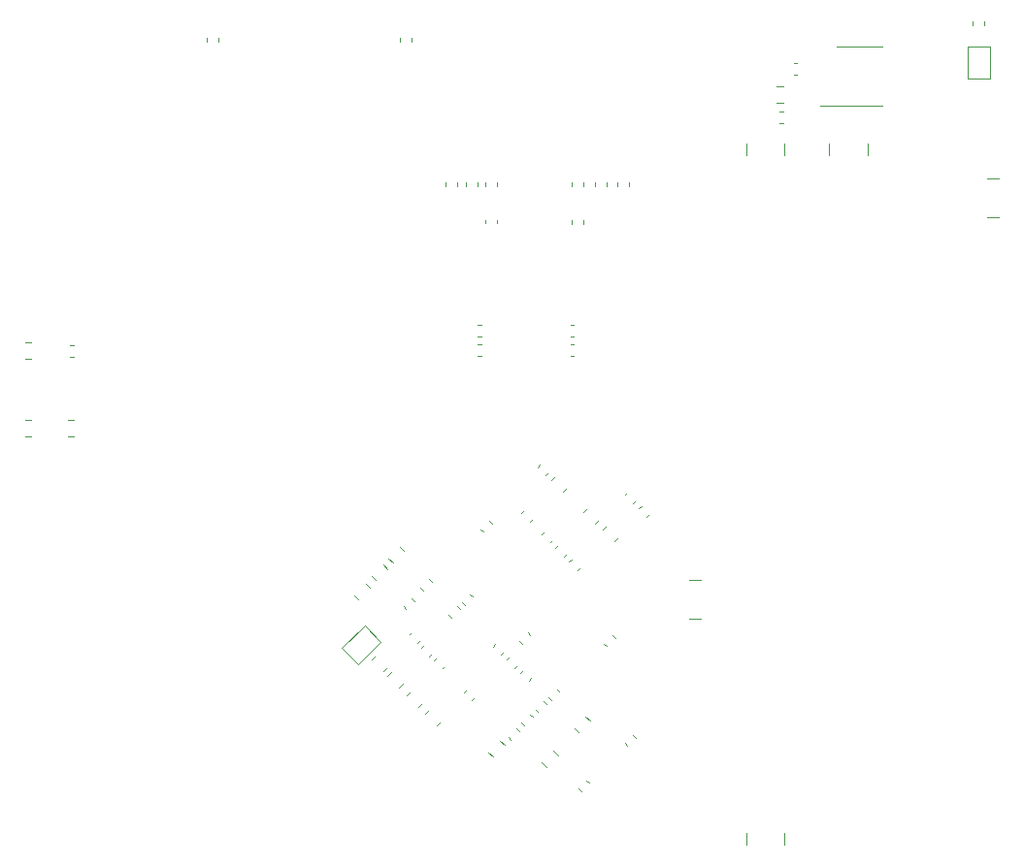
<source format=gbo>
G04 #@! TF.GenerationSoftware,KiCad,Pcbnew,5.1.5*
G04 #@! TF.CreationDate,2020-04-18T05:12:52+00:00*
G04 #@! TF.ProjectId,NUC980,4e554339-3830-42e6-9b69-6361645f7063,rev?*
G04 #@! TF.SameCoordinates,Original*
G04 #@! TF.FileFunction,Legend,Bot*
G04 #@! TF.FilePolarity,Positive*
%FSLAX46Y46*%
G04 Gerber Fmt 4.6, Leading zero omitted, Abs format (unit mm)*
G04 Created by KiCad (PCBNEW 5.1.5) date 2020-04-18 05:12:52*
%MOMM*%
%LPD*%
G04 APERTURE LIST*
%ADD10C,0.120000*%
G04 APERTURE END LIST*
D10*
X153081926Y-112579325D02*
X153312131Y-112349120D01*
X153803175Y-113300574D02*
X154033380Y-113070369D01*
X162374721Y-80490000D02*
X162700279Y-80490000D01*
X162374721Y-81510000D02*
X162700279Y-81510000D01*
X162374721Y-83260000D02*
X162700279Y-83260000D01*
X162374721Y-82240000D02*
X162700279Y-82240000D01*
X154625279Y-81510000D02*
X154299721Y-81510000D01*
X154625279Y-80490000D02*
X154299721Y-80490000D01*
X154625279Y-82240000D02*
X154299721Y-82240000D01*
X154625279Y-83260000D02*
X154299721Y-83260000D01*
X147490000Y-55762779D02*
X147490000Y-55437221D01*
X148510000Y-55762779D02*
X148510000Y-55437221D01*
X131710000Y-55437221D02*
X131710000Y-55762779D01*
X130690000Y-55437221D02*
X130690000Y-55762779D01*
X180975279Y-61890000D02*
X180649721Y-61890000D01*
X180975279Y-62910000D02*
X180649721Y-62910000D01*
X180921078Y-61110000D02*
X180403922Y-61110000D01*
X180921078Y-59690000D02*
X180403922Y-59690000D01*
X163802369Y-120281120D02*
X164032574Y-120511325D01*
X163081120Y-121002369D02*
X163311325Y-121232574D01*
X167124273Y-117045522D02*
X167354478Y-117275727D01*
X167845522Y-116324273D02*
X168075727Y-116554478D01*
X168554478Y-96324273D02*
X168324273Y-96554478D01*
X169275727Y-97045522D02*
X169045522Y-97275727D01*
X118553922Y-90273500D02*
X119071078Y-90273500D01*
X118553922Y-88853500D02*
X119071078Y-88853500D01*
X115333578Y-88853500D02*
X114816422Y-88853500D01*
X115333578Y-90273500D02*
X114816422Y-90273500D01*
X115333578Y-82053500D02*
X114816422Y-82053500D01*
X115333578Y-83473500D02*
X114816422Y-83473500D01*
X149367426Y-108711325D02*
X149597631Y-108481120D01*
X150088675Y-109432574D02*
X150318880Y-109202369D01*
X118699721Y-82253500D02*
X119025279Y-82253500D01*
X118699721Y-83273500D02*
X119025279Y-83273500D01*
X158354478Y-96724273D02*
X158124273Y-96954478D01*
X159075727Y-97445522D02*
X158845522Y-97675727D01*
X163232574Y-101688675D02*
X163002369Y-101918880D01*
X162511325Y-100967426D02*
X162281120Y-101197631D01*
X149324273Y-103445522D02*
X149554478Y-103675727D01*
X150045522Y-102724273D02*
X150275727Y-102954478D01*
X160711325Y-113275727D02*
X160481120Y-113045522D01*
X161432574Y-112554478D02*
X161202369Y-112324273D01*
X160216675Y-93644880D02*
X160446880Y-93414675D01*
X159495426Y-92923631D02*
X159725631Y-92693426D01*
X166275727Y-107854478D02*
X166045522Y-107624273D01*
X165554478Y-108575727D02*
X165324273Y-108345522D01*
X147884888Y-100280796D02*
X147519204Y-99915112D01*
X146880796Y-101284888D02*
X146515112Y-100919204D01*
X166182117Y-99421975D02*
X166547801Y-99056291D01*
X165178025Y-98417883D02*
X165543709Y-98052199D01*
X160832574Y-99288675D02*
X160602369Y-99518880D01*
X160111325Y-98567426D02*
X159881120Y-98797631D01*
X163719204Y-114715112D02*
X164084888Y-115080796D01*
X162715112Y-115719204D02*
X163080796Y-116084888D01*
X149045522Y-108275727D02*
X149275727Y-108045522D01*
X148324273Y-107554478D02*
X148554478Y-107324273D01*
X161719204Y-95084888D02*
X162084888Y-94719204D01*
X160715112Y-94080796D02*
X161080796Y-93715112D01*
X160275727Y-113604478D02*
X160045522Y-113374273D01*
X159554478Y-114325727D02*
X159324273Y-114095522D01*
X147821975Y-111782117D02*
X147456291Y-112147801D01*
X146817883Y-110778025D02*
X146452199Y-111143709D01*
X147824273Y-105095522D02*
X148054478Y-105325727D01*
X148545522Y-104374273D02*
X148775727Y-104604478D01*
X155295522Y-97624273D02*
X155525727Y-97854478D01*
X154574273Y-98345522D02*
X154804478Y-98575727D01*
X145417883Y-102821975D02*
X145052199Y-102456291D01*
X146421975Y-101817883D02*
X146056291Y-101452199D01*
X161311325Y-99767426D02*
X161081120Y-99997631D01*
X162032574Y-100488675D02*
X161802369Y-100718880D01*
X150481120Y-109797631D02*
X150711325Y-109567426D01*
X151202369Y-110518880D02*
X151432574Y-110288675D01*
X148480796Y-112515112D02*
X148115112Y-112880796D01*
X149484888Y-113519204D02*
X149119204Y-113884888D01*
X157918880Y-115997631D02*
X157688675Y-115767426D01*
X157197631Y-116718880D02*
X156967426Y-116488675D01*
X163515112Y-96880796D02*
X163880796Y-96515112D01*
X164519204Y-97884888D02*
X164884888Y-97519204D01*
X156621975Y-117217883D02*
X156256291Y-116852199D01*
X155617883Y-118221975D02*
X155252199Y-117856291D01*
X181849721Y-58710000D02*
X182175279Y-58710000D01*
X181849721Y-57690000D02*
X182175279Y-57690000D01*
X146421975Y-110382117D02*
X146056291Y-110747801D01*
X145417883Y-109378025D02*
X145052199Y-109743709D01*
X144884888Y-103480796D02*
X144519204Y-103115112D01*
X143880796Y-104484888D02*
X143515112Y-104119204D01*
X150080796Y-114115112D02*
X149715112Y-114480796D01*
X151084888Y-115119204D02*
X150719204Y-115484888D01*
X160919204Y-117715112D02*
X161284888Y-118080796D01*
X159915112Y-118719204D02*
X160280796Y-119084888D01*
X144423224Y-106762563D02*
X142443325Y-108742462D01*
X142443325Y-108742462D02*
X143857538Y-110156675D01*
X143857538Y-110156675D02*
X145837437Y-108176776D01*
X145837437Y-108176776D02*
X144423224Y-106762563D01*
X199000000Y-56200000D02*
X197000000Y-56200000D01*
X199000000Y-59000000D02*
X199000000Y-56200000D01*
X197000000Y-59000000D02*
X199000000Y-59000000D01*
X197000000Y-56200000D02*
X197000000Y-59000000D01*
X165510000Y-68049721D02*
X165510000Y-68375279D01*
X164490000Y-68049721D02*
X164490000Y-68375279D01*
X166490000Y-68049721D02*
X166490000Y-68375279D01*
X167510000Y-68049721D02*
X167510000Y-68375279D01*
X154260000Y-68087221D02*
X154260000Y-68412779D01*
X153240000Y-68087221D02*
X153240000Y-68412779D01*
X151490000Y-68087221D02*
X151490000Y-68412779D01*
X152510000Y-68087221D02*
X152510000Y-68412779D01*
X163510000Y-68049721D02*
X163510000Y-68375279D01*
X162490000Y-68049721D02*
X162490000Y-68375279D01*
X154990000Y-68087221D02*
X154990000Y-68412779D01*
X156010000Y-68087221D02*
X156010000Y-68412779D01*
X154990000Y-71662779D02*
X154990000Y-71337221D01*
X156010000Y-71662779D02*
X156010000Y-71337221D01*
X162490000Y-71700279D02*
X162490000Y-71374721D01*
X163510000Y-71700279D02*
X163510000Y-71374721D01*
X167354478Y-95124273D02*
X167124273Y-95354478D01*
X168075727Y-95845522D02*
X167845522Y-96075727D01*
X153155825Y-104982074D02*
X152925620Y-104751869D01*
X153877074Y-104260825D02*
X153646869Y-104030620D01*
X152012825Y-106061574D02*
X151782620Y-105831369D01*
X152734074Y-105340325D02*
X152503869Y-105110120D01*
X158124273Y-115245522D02*
X158354478Y-115475727D01*
X158845522Y-114524273D02*
X159075727Y-114754478D01*
X198510000Y-54362779D02*
X198510000Y-54037221D01*
X197490000Y-54362779D02*
X197490000Y-54037221D01*
X172750000Y-106180000D02*
X173750000Y-106180000D01*
X172750000Y-102820000D02*
X173750000Y-102820000D01*
X177720000Y-65700000D02*
X177720000Y-64700000D01*
X181080000Y-65700000D02*
X181080000Y-64700000D01*
X188280000Y-65700000D02*
X188280000Y-64700000D01*
X184920000Y-65700000D02*
X184920000Y-64700000D01*
X199763000Y-71085500D02*
X198763000Y-71085500D01*
X199763000Y-67725500D02*
X198763000Y-67725500D01*
X177720000Y-124900000D02*
X177720000Y-125900000D01*
X181080000Y-124900000D02*
X181080000Y-125900000D01*
X187600000Y-61360000D02*
X184150000Y-61360000D01*
X187600000Y-61360000D02*
X189550000Y-61360000D01*
X187600000Y-56240000D02*
X185650000Y-56240000D01*
X187600000Y-56240000D02*
X189550000Y-56240000D01*
X158250478Y-110649273D02*
X158020273Y-110879478D01*
X158971727Y-111370522D02*
X158741522Y-111600727D01*
X157765227Y-110227522D02*
X157535022Y-110457727D01*
X157043978Y-109506273D02*
X156813773Y-109736478D01*
X155837478Y-108363273D02*
X155607273Y-108593478D01*
X156558727Y-109084522D02*
X156328522Y-109314727D01*
X158172325Y-108347574D02*
X157942120Y-108117369D01*
X158893574Y-107626325D02*
X158663369Y-107396120D01*
M02*

</source>
